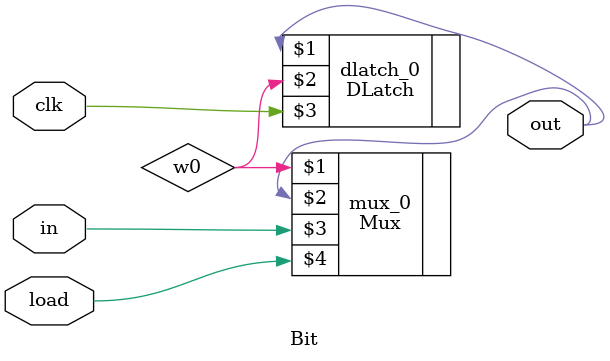
<source format=v>
/* módulo Bit */

`ifndef _Bit_
`define _Bit_

`include "Mux.v"
`include "DLatch.v"


module Bit(out, in, load, clk);
    // Declarando as entradas/saidas
    input in, load, clk;
    output out;
    wire w0;

    // Conexoes internas do modulo
    Mux mux_0(w0, out, in, load);
    DLatch dlatch_0(out, w0, clk);

endmodule

`endif
</source>
